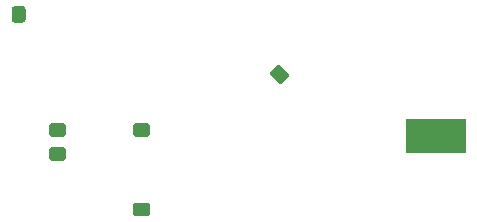
<source format=gbr>
G04 #@! TF.GenerationSoftware,KiCad,Pcbnew,(5.1.5)-3*
G04 #@! TF.CreationDate,2020-02-20T19:07:18-08:00*
G04 #@! TF.ProjectId,Clock_Test,436c6f63-6b5f-4546-9573-742e6b696361,rev?*
G04 #@! TF.SameCoordinates,Original*
G04 #@! TF.FileFunction,Paste,Top*
G04 #@! TF.FilePolarity,Positive*
%FSLAX46Y46*%
G04 Gerber Fmt 4.6, Leading zero omitted, Abs format (unit mm)*
G04 Created by KiCad (PCBNEW (5.1.5)-3) date 2020-02-20 19:07:18*
%MOMM*%
%LPD*%
G04 APERTURE LIST*
%ADD10R,5.080000X2.290000*%
%ADD11C,0.100000*%
%ADD12R,5.080000X2.971800*%
G04 APERTURE END LIST*
D10*
X57404000Y-70612000D03*
D11*
G36*
X22465505Y-59626204D02*
G01*
X22489773Y-59629804D01*
X22513572Y-59635765D01*
X22536671Y-59644030D01*
X22558850Y-59654520D01*
X22579893Y-59667132D01*
X22599599Y-59681747D01*
X22617777Y-59698223D01*
X22634253Y-59716401D01*
X22648868Y-59736107D01*
X22661480Y-59757150D01*
X22671970Y-59779329D01*
X22680235Y-59802428D01*
X22686196Y-59826227D01*
X22689796Y-59850495D01*
X22691000Y-59874999D01*
X22691000Y-60775001D01*
X22689796Y-60799505D01*
X22686196Y-60823773D01*
X22680235Y-60847572D01*
X22671970Y-60870671D01*
X22661480Y-60892850D01*
X22648868Y-60913893D01*
X22634253Y-60933599D01*
X22617777Y-60951777D01*
X22599599Y-60968253D01*
X22579893Y-60982868D01*
X22558850Y-60995480D01*
X22536671Y-61005970D01*
X22513572Y-61014235D01*
X22489773Y-61020196D01*
X22465505Y-61023796D01*
X22441001Y-61025000D01*
X21790999Y-61025000D01*
X21766495Y-61023796D01*
X21742227Y-61020196D01*
X21718428Y-61014235D01*
X21695329Y-61005970D01*
X21673150Y-60995480D01*
X21652107Y-60982868D01*
X21632401Y-60968253D01*
X21614223Y-60951777D01*
X21597747Y-60933599D01*
X21583132Y-60913893D01*
X21570520Y-60892850D01*
X21560030Y-60870671D01*
X21551765Y-60847572D01*
X21545804Y-60823773D01*
X21542204Y-60799505D01*
X21541000Y-60775001D01*
X21541000Y-59874999D01*
X21542204Y-59850495D01*
X21545804Y-59826227D01*
X21551765Y-59802428D01*
X21560030Y-59779329D01*
X21570520Y-59757150D01*
X21583132Y-59736107D01*
X21597747Y-59716401D01*
X21614223Y-59698223D01*
X21632401Y-59681747D01*
X21652107Y-59667132D01*
X21673150Y-59654520D01*
X21695329Y-59644030D01*
X21718428Y-59635765D01*
X21742227Y-59629804D01*
X21766495Y-59626204D01*
X21790999Y-59625000D01*
X22441001Y-59625000D01*
X22465505Y-59626204D01*
G37*
G36*
X25874505Y-71580204D02*
G01*
X25898773Y-71583804D01*
X25922572Y-71589765D01*
X25945671Y-71598030D01*
X25967850Y-71608520D01*
X25988893Y-71621132D01*
X26008599Y-71635747D01*
X26026777Y-71652223D01*
X26043253Y-71670401D01*
X26057868Y-71690107D01*
X26070480Y-71711150D01*
X26080970Y-71733329D01*
X26089235Y-71756428D01*
X26095196Y-71780227D01*
X26098796Y-71804495D01*
X26100000Y-71828999D01*
X26100000Y-72479001D01*
X26098796Y-72503505D01*
X26095196Y-72527773D01*
X26089235Y-72551572D01*
X26080970Y-72574671D01*
X26070480Y-72596850D01*
X26057868Y-72617893D01*
X26043253Y-72637599D01*
X26026777Y-72655777D01*
X26008599Y-72672253D01*
X25988893Y-72686868D01*
X25967850Y-72699480D01*
X25945671Y-72709970D01*
X25922572Y-72718235D01*
X25898773Y-72724196D01*
X25874505Y-72727796D01*
X25850001Y-72729000D01*
X24949999Y-72729000D01*
X24925495Y-72727796D01*
X24901227Y-72724196D01*
X24877428Y-72718235D01*
X24854329Y-72709970D01*
X24832150Y-72699480D01*
X24811107Y-72686868D01*
X24791401Y-72672253D01*
X24773223Y-72655777D01*
X24756747Y-72637599D01*
X24742132Y-72617893D01*
X24729520Y-72596850D01*
X24719030Y-72574671D01*
X24710765Y-72551572D01*
X24704804Y-72527773D01*
X24701204Y-72503505D01*
X24700000Y-72479001D01*
X24700000Y-71828999D01*
X24701204Y-71804495D01*
X24704804Y-71780227D01*
X24710765Y-71756428D01*
X24719030Y-71733329D01*
X24729520Y-71711150D01*
X24742132Y-71690107D01*
X24756747Y-71670401D01*
X24773223Y-71652223D01*
X24791401Y-71635747D01*
X24811107Y-71621132D01*
X24832150Y-71608520D01*
X24854329Y-71598030D01*
X24877428Y-71589765D01*
X24901227Y-71583804D01*
X24925495Y-71580204D01*
X24949999Y-71579000D01*
X25850001Y-71579000D01*
X25874505Y-71580204D01*
G37*
G36*
X25874505Y-69530204D02*
G01*
X25898773Y-69533804D01*
X25922572Y-69539765D01*
X25945671Y-69548030D01*
X25967850Y-69558520D01*
X25988893Y-69571132D01*
X26008599Y-69585747D01*
X26026777Y-69602223D01*
X26043253Y-69620401D01*
X26057868Y-69640107D01*
X26070480Y-69661150D01*
X26080970Y-69683329D01*
X26089235Y-69706428D01*
X26095196Y-69730227D01*
X26098796Y-69754495D01*
X26100000Y-69778999D01*
X26100000Y-70429001D01*
X26098796Y-70453505D01*
X26095196Y-70477773D01*
X26089235Y-70501572D01*
X26080970Y-70524671D01*
X26070480Y-70546850D01*
X26057868Y-70567893D01*
X26043253Y-70587599D01*
X26026777Y-70605777D01*
X26008599Y-70622253D01*
X25988893Y-70636868D01*
X25967850Y-70649480D01*
X25945671Y-70659970D01*
X25922572Y-70668235D01*
X25898773Y-70674196D01*
X25874505Y-70677796D01*
X25850001Y-70679000D01*
X24949999Y-70679000D01*
X24925495Y-70677796D01*
X24901227Y-70674196D01*
X24877428Y-70668235D01*
X24854329Y-70659970D01*
X24832150Y-70649480D01*
X24811107Y-70636868D01*
X24791401Y-70622253D01*
X24773223Y-70605777D01*
X24756747Y-70587599D01*
X24742132Y-70567893D01*
X24729520Y-70546850D01*
X24719030Y-70524671D01*
X24710765Y-70501572D01*
X24704804Y-70477773D01*
X24701204Y-70453505D01*
X24700000Y-70429001D01*
X24700000Y-69778999D01*
X24701204Y-69754495D01*
X24704804Y-69730227D01*
X24710765Y-69706428D01*
X24719030Y-69683329D01*
X24729520Y-69661150D01*
X24742132Y-69640107D01*
X24756747Y-69620401D01*
X24773223Y-69602223D01*
X24791401Y-69585747D01*
X24811107Y-69571132D01*
X24832150Y-69558520D01*
X24854329Y-69548030D01*
X24877428Y-69539765D01*
X24901227Y-69533804D01*
X24925495Y-69530204D01*
X24949999Y-69529000D01*
X25850001Y-69529000D01*
X25874505Y-69530204D01*
G37*
G36*
X32986505Y-76261204D02*
G01*
X33010773Y-76264804D01*
X33034572Y-76270765D01*
X33057671Y-76279030D01*
X33079850Y-76289520D01*
X33100893Y-76302132D01*
X33120599Y-76316747D01*
X33138777Y-76333223D01*
X33155253Y-76351401D01*
X33169868Y-76371107D01*
X33182480Y-76392150D01*
X33192970Y-76414329D01*
X33201235Y-76437428D01*
X33207196Y-76461227D01*
X33210796Y-76485495D01*
X33212000Y-76509999D01*
X33212000Y-77160001D01*
X33210796Y-77184505D01*
X33207196Y-77208773D01*
X33201235Y-77232572D01*
X33192970Y-77255671D01*
X33182480Y-77277850D01*
X33169868Y-77298893D01*
X33155253Y-77318599D01*
X33138777Y-77336777D01*
X33120599Y-77353253D01*
X33100893Y-77367868D01*
X33079850Y-77380480D01*
X33057671Y-77390970D01*
X33034572Y-77399235D01*
X33010773Y-77405196D01*
X32986505Y-77408796D01*
X32962001Y-77410000D01*
X32061999Y-77410000D01*
X32037495Y-77408796D01*
X32013227Y-77405196D01*
X31989428Y-77399235D01*
X31966329Y-77390970D01*
X31944150Y-77380480D01*
X31923107Y-77367868D01*
X31903401Y-77353253D01*
X31885223Y-77336777D01*
X31868747Y-77318599D01*
X31854132Y-77298893D01*
X31841520Y-77277850D01*
X31831030Y-77255671D01*
X31822765Y-77232572D01*
X31816804Y-77208773D01*
X31813204Y-77184505D01*
X31812000Y-77160001D01*
X31812000Y-76509999D01*
X31813204Y-76485495D01*
X31816804Y-76461227D01*
X31822765Y-76437428D01*
X31831030Y-76414329D01*
X31841520Y-76392150D01*
X31854132Y-76371107D01*
X31868747Y-76351401D01*
X31885223Y-76333223D01*
X31903401Y-76316747D01*
X31923107Y-76302132D01*
X31944150Y-76289520D01*
X31966329Y-76279030D01*
X31989428Y-76270765D01*
X32013227Y-76264804D01*
X32037495Y-76261204D01*
X32061999Y-76260000D01*
X32962001Y-76260000D01*
X32986505Y-76261204D01*
G37*
G36*
X32986505Y-69530204D02*
G01*
X33010773Y-69533804D01*
X33034572Y-69539765D01*
X33057671Y-69548030D01*
X33079850Y-69558520D01*
X33100893Y-69571132D01*
X33120599Y-69585747D01*
X33138777Y-69602223D01*
X33155253Y-69620401D01*
X33169868Y-69640107D01*
X33182480Y-69661150D01*
X33192970Y-69683329D01*
X33201235Y-69706428D01*
X33207196Y-69730227D01*
X33210796Y-69754495D01*
X33212000Y-69778999D01*
X33212000Y-70429001D01*
X33210796Y-70453505D01*
X33207196Y-70477773D01*
X33201235Y-70501572D01*
X33192970Y-70524671D01*
X33182480Y-70546850D01*
X33169868Y-70567893D01*
X33155253Y-70587599D01*
X33138777Y-70605777D01*
X33120599Y-70622253D01*
X33100893Y-70636868D01*
X33079850Y-70649480D01*
X33057671Y-70659970D01*
X33034572Y-70668235D01*
X33010773Y-70674196D01*
X32986505Y-70677796D01*
X32962001Y-70679000D01*
X32061999Y-70679000D01*
X32037495Y-70677796D01*
X32013227Y-70674196D01*
X31989428Y-70668235D01*
X31966329Y-70659970D01*
X31944150Y-70649480D01*
X31923107Y-70636868D01*
X31903401Y-70622253D01*
X31885223Y-70605777D01*
X31868747Y-70587599D01*
X31854132Y-70567893D01*
X31841520Y-70546850D01*
X31831030Y-70524671D01*
X31822765Y-70501572D01*
X31816804Y-70477773D01*
X31813204Y-70453505D01*
X31812000Y-70429001D01*
X31812000Y-69778999D01*
X31813204Y-69754495D01*
X31816804Y-69730227D01*
X31822765Y-69706428D01*
X31831030Y-69683329D01*
X31841520Y-69661150D01*
X31854132Y-69640107D01*
X31868747Y-69620401D01*
X31885223Y-69602223D01*
X31903401Y-69585747D01*
X31923107Y-69571132D01*
X31944150Y-69558520D01*
X31966329Y-69548030D01*
X31989428Y-69539765D01*
X32013227Y-69533804D01*
X32037495Y-69530204D01*
X32061999Y-69529000D01*
X32962001Y-69529000D01*
X32986505Y-69530204D01*
G37*
D12*
X57404000Y-70612000D03*
X57404000Y-70612000D03*
D11*
G36*
X44132116Y-64608196D02*
G01*
X44156384Y-64611796D01*
X44180183Y-64617757D01*
X44203282Y-64626022D01*
X44225461Y-64636512D01*
X44246504Y-64649124D01*
X44266210Y-64663739D01*
X44284388Y-64680215D01*
X44920785Y-65316612D01*
X44937261Y-65334790D01*
X44951876Y-65354496D01*
X44964488Y-65375539D01*
X44974978Y-65397718D01*
X44983243Y-65420817D01*
X44989204Y-65444616D01*
X44992804Y-65468884D01*
X44994008Y-65493388D01*
X44992804Y-65517892D01*
X44989204Y-65542160D01*
X44983243Y-65565959D01*
X44974978Y-65589058D01*
X44964488Y-65611237D01*
X44951876Y-65632280D01*
X44937261Y-65651986D01*
X44920785Y-65670164D01*
X44461164Y-66129785D01*
X44442986Y-66146261D01*
X44423280Y-66160876D01*
X44402237Y-66173488D01*
X44380058Y-66183978D01*
X44356959Y-66192243D01*
X44333160Y-66198204D01*
X44308892Y-66201804D01*
X44284388Y-66203008D01*
X44259884Y-66201804D01*
X44235616Y-66198204D01*
X44211817Y-66192243D01*
X44188718Y-66183978D01*
X44166539Y-66173488D01*
X44145496Y-66160876D01*
X44125790Y-66146261D01*
X44107612Y-66129785D01*
X43471215Y-65493388D01*
X43454739Y-65475210D01*
X43440124Y-65455504D01*
X43427512Y-65434461D01*
X43417022Y-65412282D01*
X43408757Y-65389183D01*
X43402796Y-65365384D01*
X43399196Y-65341116D01*
X43397992Y-65316612D01*
X43399196Y-65292108D01*
X43402796Y-65267840D01*
X43408757Y-65244041D01*
X43417022Y-65220942D01*
X43427512Y-65198763D01*
X43440124Y-65177720D01*
X43454739Y-65158014D01*
X43471215Y-65139836D01*
X43930836Y-64680215D01*
X43949014Y-64663739D01*
X43968720Y-64649124D01*
X43989763Y-64636512D01*
X44011942Y-64626022D01*
X44035041Y-64617757D01*
X44058840Y-64611796D01*
X44083108Y-64608196D01*
X44107612Y-64606992D01*
X44132116Y-64608196D01*
G37*
M02*

</source>
